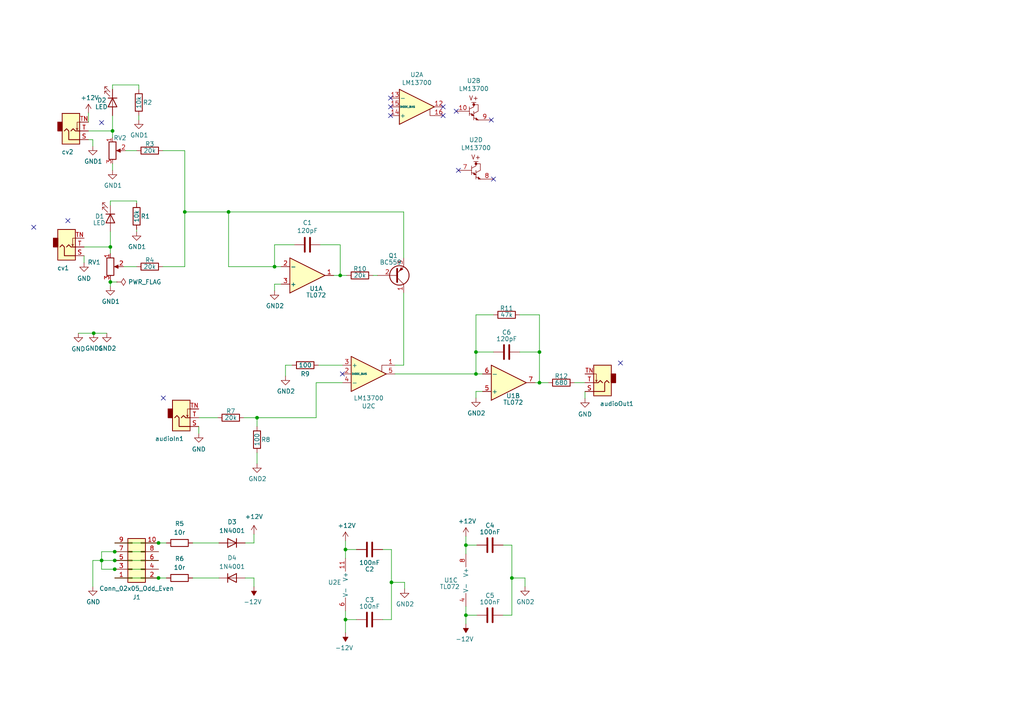
<source format=kicad_sch>
(kicad_sch (version 20230121) (generator eeschema)
  (paper "A4")
  (lib_symbols
    (symbol "Amplifier_Operational:LM13700" (pin_names (offset 0.127))
      (property "Reference" "U" (at 3.81 5.08 0))
      (property "Value" "LM13700" (at 5.08 -5.08 0))
      (symbol "LM13700_1_1"
        (polyline (pts (xy 3.81 -0.635) (xy 3.81 -2.54) (xy 5.08 -2.54)))
        (polyline (pts (xy 5.08 0) (xy -5.08 -5.08) (xy -5.08 5.08) (xy 5.08 0)) (stroke (width 0.254)) (fill (type background)))
        (pin output line (at 7.62 0 180) (length 2.54) (name "~") (number "12"))
        (pin input line (at -7.62 2.54 0) (length 2.54) (name "-") (number "13"))
        (pin input line (at -7.62 -2.54 0) (length 2.54) (name "+") (number "14"))
        (pin input line (at -7.62 0 0) (length 2.54) (name "DIODE_BIAS") (number "15"))
        (pin input line (at 7.62 -2.54 180) (length 2.54) (name "~") (number "16"))
      )
      (symbol "LM13700_2_0"
        (polyline (pts (xy -1.905 2.54) (xy -3.175 2.54)))
      )
      (symbol "LM13700_2_1"
        (circle (center -2.54 1.905) (radius 0.254) (stroke (width 0.254)) (fill (type outline)))
        (polyline (pts (xy -3.81 -0.635) (xy -2.54 -1.27)))
        (polyline (pts (xy -3.81 1.27) (xy -3.81 -1.27)))
        (polyline (pts (xy -2.54 -1.905) (xy -1.27 -2.54)))
        (polyline (pts (xy -2.54 0) (xy -2.54 -2.54)))
        (polyline (pts (xy -3.81 0.635) (xy -2.54 1.27) (xy -2.54 1.905) (xy -2.54 2.54)))
        (polyline (pts (xy -2.54 -1.27) (xy -3.175 -0.635) (xy -3.175 -1.27) (xy -2.54 -1.27)) (fill (type outline)))
        (polyline (pts (xy -2.54 -0.635) (xy -1.27 0) (xy -1.27 1.905) (xy -2.54 1.905)))
        (polyline (pts (xy -1.27 -2.54) (xy -1.905 -1.905) (xy -1.905 -2.54) (xy -1.27 -2.54)) (fill (type outline)))
        (text "V+" (at -2.54 3.81 0) (effects (font (size 1.27 1.27))))
        (pin input line (at -7.62 0 0) (length 3.81) (name "~") (number "10"))
        (pin output line (at 2.54 -2.54 180) (length 3.81) (name "~") (number "9"))
      )
      (symbol "LM13700_3_1"
        (polyline (pts (xy 3.81 -0.635) (xy 3.81 -2.54) (xy 5.08 -2.54)))
        (polyline (pts (xy 5.08 0) (xy -5.08 -5.08) (xy -5.08 5.08) (xy 5.08 0)) (stroke (width 0.254)) (fill (type background)))
        (pin input line (at 7.62 -2.54 180) (length 2.54) (name "~") (number "1"))
        (pin input line (at -7.62 0 0) (length 2.54) (name "DIODE_BIAS") (number "2"))
        (pin input line (at -7.62 -2.54 0) (length 2.54) (name "+") (number "3"))
        (pin input line (at -7.62 2.54 0) (length 2.54) (name "-") (number "4"))
        (pin output line (at 7.62 0 180) (length 2.54) (name "~") (number "5"))
      )
      (symbol "LM13700_4_0"
        (polyline (pts (xy -3.175 2.54) (xy -1.905 2.54)))
        (text "V+" (at -2.54 3.81 0) (effects (font (size 1.27 1.27))))
      )
      (symbol "LM13700_4_1"
        (circle (center -2.54 1.905) (radius 0.254) (stroke (width 0.254)) (fill (type outline)))
        (polyline (pts (xy -3.81 -0.635) (xy -2.54 -1.27)))
        (polyline (pts (xy -3.81 1.27) (xy -3.81 -1.27)))
        (polyline (pts (xy -2.54 -1.905) (xy -1.27 -2.54)))
        (polyline (pts (xy -2.54 0) (xy -2.54 -2.54)))
        (polyline (pts (xy -3.81 0.635) (xy -2.54 1.27) (xy -2.54 2.54)))
        (polyline (pts (xy -2.54 -1.27) (xy -3.175 -0.635) (xy -3.175 -1.27) (xy -2.54 -1.27)) (fill (type outline)))
        (polyline (pts (xy -2.54 -0.635) (xy -1.27 0) (xy -1.27 1.905) (xy -2.54 1.905)))
        (polyline (pts (xy -1.27 -2.54) (xy -1.905 -1.905) (xy -1.905 -2.54) (xy -1.27 -2.54)) (fill (type outline)))
        (pin input line (at -7.62 0 0) (length 3.81) (name "~") (number "7"))
        (pin output line (at 2.54 -2.54 180) (length 3.81) (name "~") (number "8"))
      )
      (symbol "LM13700_5_1"
        (pin power_in line (at -2.54 7.62 270) (length 3.81) (name "V+") (number "11"))
        (pin power_in line (at -2.54 -7.62 90) (length 3.81) (name "V-") (number "6"))
      )
    )
    (symbol "Amplifier_Operational:TL072" (pin_names (offset 0.127))
      (property "Reference" "U" (at 0 5.08 0))
      (property "Value" "TL072" (at 0 -5.08 0))
      (symbol "TL072_1_1"
        (polyline (pts (xy -5.08 5.08) (xy 5.08 0) (xy -5.08 -5.08) (xy -5.08 5.08)) (stroke (width 0.254)) (fill (type background)))
        (pin output line (at 7.62 0 180) (length 2.54) (name "~") (number "1"))
        (pin input line (at -7.62 -2.54 0) (length 2.54) (name "-") (number "2"))
        (pin input line (at -7.62 2.54 0) (length 2.54) (name "+") (number "3"))
      )
      (symbol "TL072_2_1"
        (polyline (pts (xy -5.08 5.08) (xy 5.08 0) (xy -5.08 -5.08) (xy -5.08 5.08)) (stroke (width 0.254)) (fill (type background)))
        (pin input line (at -7.62 2.54 0) (length 2.54) (name "+") (number "5"))
        (pin input line (at -7.62 -2.54 0) (length 2.54) (name "-") (number "6"))
        (pin output line (at 7.62 0 180) (length 2.54) (name "~") (number "7"))
      )
      (symbol "TL072_3_1"
        (pin power_in line (at -2.54 -7.62 90) (length 3.81) (name "V-") (number "4"))
        (pin power_in line (at -2.54 7.62 270) (length 3.81) (name "V+") (number "8"))
      )
    )
    (symbol "Connector_Audio:AudioJack2_SwitchT"
      (property "Reference" "J" (at 0 8.89 0))
      (property "Value" "AudioJack2_SwitchT" (at 0 6.35 0))
      (symbol "AudioJack2_SwitchT_0_1"
        (rectangle (start -2.54 0) (end -3.81 -2.54) (stroke (width 0.254)) (fill (type outline)))
        (polyline (pts (xy 1.778 -0.254) (xy 2.032 -0.762)))
        (polyline (pts (xy 0 0) (xy 0.635 -0.635) (xy 1.27 0) (xy 2.54 0)) (stroke (width 0.254)))
        (polyline (pts (xy 2.54 -2.54) (xy 1.778 -2.54) (xy 1.778 -0.254) (xy 1.524 -0.762)))
        (polyline (pts (xy 2.54 2.54) (xy -0.635 2.54) (xy -0.635 0) (xy -1.27 -0.635) (xy -1.905 0)) (stroke (width 0.254)))
        (rectangle (start 2.54 3.81) (end -2.54 -5.08) (stroke (width 0.254)) (fill (type background)))
      )
      (symbol "AudioJack2_SwitchT_1_1"
        (pin passive line (at 5.08 2.54 180) (length 2.54) (name "~") (number "S"))
        (pin passive line (at 5.08 0 180) (length 2.54) (name "~") (number "T"))
        (pin passive line (at 5.08 -2.54 180) (length 2.54) (name "~") (number "TN"))
      )
    )
    (symbol "Connector_Generic:Conn_02x05_Odd_Even" (pin_names (offset 1.016) hide)
      (property "Reference" "J" (at 1.27 7.62 0))
      (property "Value" "Conn_02x05_Odd_Even" (at 1.27 -7.62 0))
      (symbol "Conn_02x05_Odd_Even_1_1"
        (rectangle (start -1.27 -4.953) (end 0 -5.207) (stroke (width 0.1524)))
        (rectangle (start -1.27 -2.413) (end 0 -2.667) (stroke (width 0.1524)))
        (rectangle (start -1.27 0.127) (end 0 -0.127) (stroke (width 0.1524)))
        (rectangle (start -1.27 2.667) (end 0 2.413) (stroke (width 0.1524)))
        (rectangle (start -1.27 5.207) (end 0 4.953) (stroke (width 0.1524)))
        (rectangle (start -1.27 6.35) (end 3.81 -6.35) (stroke (width 0.254)) (fill (type background)))
        (rectangle (start 3.81 -4.953) (end 2.54 -5.207) (stroke (width 0.1524)))
        (rectangle (start 3.81 -2.413) (end 2.54 -2.667) (stroke (width 0.1524)))
        (rectangle (start 3.81 0.127) (end 2.54 -0.127) (stroke (width 0.1524)))
        (rectangle (start 3.81 2.667) (end 2.54 2.413) (stroke (width 0.1524)))
        (rectangle (start 3.81 5.207) (end 2.54 4.953) (stroke (width 0.1524)))
        (pin passive line (at -5.08 5.08 0) (length 3.81) (name "Pin_1") (number "1"))
        (pin passive line (at 7.62 -5.08 180) (length 3.81) (name "Pin_10") (number "10"))
        (pin passive line (at 7.62 5.08 180) (length 3.81) (name "Pin_2") (number "2"))
        (pin passive line (at -5.08 2.54 0) (length 3.81) (name "Pin_3") (number "3"))
        (pin passive line (at 7.62 2.54 180) (length 3.81) (name "Pin_4") (number "4"))
        (pin passive line (at -5.08 0 0) (length 3.81) (name "Pin_5") (number "5"))
        (pin passive line (at 7.62 0 180) (length 3.81) (name "Pin_6") (number "6"))
        (pin passive line (at -5.08 -2.54 0) (length 3.81) (name "Pin_7") (number "7"))
        (pin passive line (at 7.62 -2.54 180) (length 3.81) (name "Pin_8") (number "8"))
        (pin passive line (at -5.08 -5.08 0) (length 3.81) (name "Pin_9") (number "9"))
      )
    )
    (symbol "Device:C" (pin_numbers hide) (pin_names (offset 0.254))
      (property "Reference" "C" (at 0.635 2.54 0))
      (property "Value" "C" (at 0.635 -2.54 0))
      (symbol "C_0_1"
        (polyline (pts (xy -2.032 -0.762) (xy 2.032 -0.762)) (stroke (width 0.508)))
        (polyline (pts (xy -2.032 0.762) (xy 2.032 0.762)) (stroke (width 0.508)))
      )
      (symbol "C_1_1"
        (pin passive line (at 0 3.81 270) (length 2.794) (name "~") (number "1"))
        (pin passive line (at 0 -3.81 90) (length 2.794) (name "~") (number "2"))
      )
    )
    (symbol "Device:LED" (pin_numbers hide) (pin_names (offset 1.016) hide)
      (property "Reference" "D" (at 0 2.54 0))
      (property "Value" "LED" (at 0 -2.54 0))
      (symbol "LED_0_1"
        (polyline (pts (xy -1.27 -1.27) (xy -1.27 1.27)) (stroke (width 0.254)))
        (polyline (pts (xy -1.27 0) (xy 1.27 0)))
        (polyline (pts (xy 1.27 -1.27) (xy 1.27 1.27) (xy -1.27 0) (xy 1.27 -1.27)) (stroke (width 0.254)))
        (polyline (pts (xy -3.048 -0.762) (xy -4.572 -2.286) (xy -3.81 -2.286) (xy -4.572 -2.286) (xy -4.572 -1.524)))
        (polyline (pts (xy -1.778 -0.762) (xy -3.302 -2.286) (xy -2.54 -2.286) (xy -3.302 -2.286) (xy -3.302 -1.524)))
      )
      (symbol "LED_1_1"
        (pin passive line (at -3.81 0 0) (length 2.54) (name "K") (number "1"))
        (pin passive line (at 3.81 0 180) (length 2.54) (name "A") (number "2"))
      )
    )
    (symbol "Device:R" (pin_numbers hide) (pin_names (offset 0))
      (property "Reference" "R" (at 2.032 0 90))
      (property "Value" "R" (at 0 0 90))
      (symbol "R_0_1"
        (rectangle (start -1.016 -2.54) (end 1.016 2.54) (stroke (width 0.254)))
      )
      (symbol "R_1_1"
        (pin passive line (at 0 3.81 270) (length 1.27) (name "~") (number "1"))
        (pin passive line (at 0 -3.81 90) (length 1.27) (name "~") (number "2"))
      )
    )
    (symbol "Device:R_Potentiometer" (pin_names (offset 1.016) hide)
      (property "Reference" "RV" (at -4.445 0 90))
      (property "Value" "R_Potentiometer" (at -2.54 0 90))
      (symbol "R_Potentiometer_0_1"
        (polyline (pts (xy 2.54 0) (xy 1.524 0)))
        (polyline (pts (xy 1.143 0) (xy 2.286 0.508) (xy 2.286 -0.508) (xy 1.143 0)) (fill (type outline)))
        (rectangle (start 1.016 2.54) (end -1.016 -2.54) (stroke (width 0.254)))
      )
      (symbol "R_Potentiometer_1_1"
        (pin passive line (at 0 3.81 270) (length 1.27) (name "1") (number "1"))
        (pin passive line (at 3.81 0 180) (length 1.27) (name "2") (number "2"))
        (pin passive line (at 0 -3.81 90) (length 1.27) (name "3") (number "3"))
      )
    )
    (symbol "Diode:1N4001" (pin_numbers hide) (pin_names hide)
      (property "Reference" "D" (at 0 2.54 0))
      (property "Value" "1N4001" (at 0 -2.54 0))
      (symbol "1N4001_0_1"
        (polyline (pts (xy -1.27 1.27) (xy -1.27 -1.27)) (stroke (width 0.254)))
        (polyline (pts (xy 1.27 0) (xy -1.27 0)))
        (polyline (pts (xy 1.27 1.27) (xy 1.27 -1.27) (xy -1.27 0) (xy 1.27 1.27)) (stroke (width 0.254)))
      )
      (symbol "1N4001_1_1"
        (pin passive line (at -3.81 0 0) (length 2.54) (name "K") (number "1"))
        (pin passive line (at 3.81 0 180) (length 2.54) (name "A") (number "2"))
      )
    )
    (symbol "Transistor_BJT:BC559" (pin_names (offset 0) hide)
      (property "Reference" "Q" (at 5.08 1.905 0))
      (property "Value" "BC559" (at 5.08 0 0))
      (symbol "BC559_0_1"
        (polyline (pts (xy 0.635 0.635) (xy 2.54 2.54)))
        (polyline (pts (xy 0.635 -0.635) (xy 2.54 -2.54) (xy 2.54 -2.54)))
        (polyline (pts (xy 0.635 1.905) (xy 0.635 -1.905) (xy 0.635 -1.905)) (stroke (width 0.508)))
        (polyline (pts (xy 2.286 -1.778) (xy 1.778 -2.286) (xy 1.27 -1.27) (xy 2.286 -1.778) (xy 2.286 -1.778)) (fill (type outline)))
        (circle (center 1.27 0) (radius 2.8194) (stroke (width 0.254)))
      )
      (symbol "BC559_1_1"
        (pin passive line (at 2.54 5.08 270) (length 2.54) (name "C") (number "1"))
        (pin input line (at -5.08 0 0) (length 5.715) (name "B") (number "2"))
        (pin passive line (at 2.54 -5.08 90) (length 2.54) (name "E") (number "3"))
      )
    )
    (symbol "power:+12V" (power) (pin_names (offset 0))
      (property "Value" "+12V" (at 0 3.556 0))
      (symbol "+12V_0_1"
        (polyline (pts (xy -0.762 1.27) (xy 0 2.54)))
        (polyline (pts (xy 0 0) (xy 0 2.54)))
        (polyline (pts (xy 0 2.54) (xy 0.762 1.27)))
      )
      (symbol "+12V_1_1"
        (pin power_in line (at 0 0 90) (length 0) hide (name "+12V") (number "1"))
      )
    )
    (symbol "power:-12V" (power) (pin_names (offset 0))
      (property "Value" "-12V" (at 0 3.81 0))
      (symbol "-12V_0_0"
        (pin power_in line (at 0 0 90) (length 0) hide (name "-12V") (number "1"))
      )
      (symbol "-12V_0_1"
        (polyline (pts (xy 0 0) (xy 0 1.27) (xy 0.762 1.27) (xy 0 2.54) (xy -0.762 1.27) (xy 0 1.27)) (fill (type outline)))
      )
    )
    (symbol "power:GND" (power) (pin_names (offset 0))
      (property "Value" "GND" (at 0 -3.81 0))
      (symbol "GND_0_1"
        (polyline (pts (xy 0 0) (xy 0 -1.27) (xy 1.27 -1.27) (xy 0 -2.54) (xy -1.27 -1.27) (xy 0 -1.27)))
      )
      (symbol "GND_1_1"
        (pin power_in line (at 0 0 270) (length 0) hide (name "GND") (number "1"))
      )
    )
    (symbol "power:GND1" (power) (pin_names (offset 0))
      (property "Value" "GND1" (at 0 -3.81 0))
      (symbol "GND1_0_1"
        (polyline (pts (xy 0 0) (xy 0 -1.27) (xy 1.27 -1.27) (xy 0 -2.54) (xy -1.27 -1.27) (xy 0 -1.27)))
      )
      (symbol "GND1_1_1"
        (pin power_in line (at 0 0 270) (length 0) hide (name "GND1") (number "1"))
      )
    )
    (symbol "power:GND2" (power) (pin_names (offset 0))
      (property "Value" "GND2" (at 0 -3.81 0))
      (symbol "GND2_0_1"
        (polyline (pts (xy 0 0) (xy 0 -1.27) (xy 1.27 -1.27) (xy 0 -2.54) (xy -1.27 -1.27) (xy 0 -1.27)))
      )
      (symbol "GND2_1_1"
        (pin power_in line (at 0 0 270) (length 0) hide (name "GND2") (number "1"))
      )
    )
    (symbol "power:PWR_FLAG" (power) (pin_numbers hide) (pin_names (offset 0) hide)
      (property "Value" "PWR_FLAG" (at 0 3.81 0))
      (symbol "PWR_FLAG_0_0"
        (pin power_out line (at 0 0 90) (length 0) (name "pwr") (number "1"))
      )
      (symbol "PWR_FLAG_0_1"
        (polyline (pts (xy 0 0) (xy 0 1.27) (xy -1.016 1.905) (xy 0 2.54) (xy 1.016 1.905) (xy 0 1.27)))
      )
    )
  )
  (junction (at 100.203 179.705))
  (junction (at 29.464 162.56))
  (junction (at 32.639 37.973))
  (junction (at 98.679 79.883))
  (junction (at 27.178 96.647))
  (junction (at 33.274 165.1))
  (junction (at 32.004 81.788))
  (junction (at 66.294 61.468))
  (junction (at 45.974 167.64))
  (junction (at 32.004 71.628))
  (junction (at 53.594 61.468))
  (junction (at 135.128 158.115))
  (junction (at 74.549 121.158))
  (junction (at 148.463 167.64))
  (junction (at 113.538 168.91))
  (junction (at 33.274 160.02))
  (junction (at 156.464 102.108))
  (junction (at 33.274 162.56))
  (junction (at 138.049 102.108))
  (junction (at 138.049 108.458))
  (junction (at 156.464 110.998))
  (junction (at 45.974 157.48))
  (junction (at 100.203 159.385))
  (junction (at 79.629 77.343))
  (junction (at 135.128 178.435))
  (no_connect (at 113.284 30.988))
  (no_connect (at 9.779 65.913))
  (no_connect (at 143.129 51.943))
  (no_connect (at 128.524 30.988))
  (no_connect (at 19.685 64.008))
  (no_connect (at 142.494 34.798))
  (no_connect (at 113.284 33.528))
  (no_connect (at 113.284 28.448))
  (no_connect (at 132.969 49.403))
  (no_connect (at 132.334 32.258))
  (no_connect (at 29.464 35.56))
  (no_connect (at 47.371 115.443))
  (no_connect (at 128.524 33.528))
  (no_connect (at 99.314 108.458))
  (no_connect (at 179.959 105.283))
  (wire (pts (xy 26.924 162.56) (xy 26.924 170.18)))
  (wire (pts (xy 33.909 81.788) (xy 32.004 81.788)))
  (wire (pts (xy 29.464 165.1) (xy 33.274 165.1)))
  (wire (pts (xy 32.004 81.153) (xy 32.004 81.788)))
  (wire (pts (xy 33.274 165.1) (xy 45.974 165.1)))
  (wire (pts (xy 79.629 82.423) (xy 79.629 84.328)))
  (wire (pts (xy 145.923 158.115) (xy 148.463 158.115)))
  (wire (pts (xy 152.273 167.64) (xy 148.463 167.64)))
  (wire (pts (xy 55.88 157.48) (xy 63.5 157.48)))
  (wire (pts (xy 110.998 159.385) (xy 113.538 159.385)))
  (wire (pts (xy 92.964 70.993) (xy 98.679 70.993)))
  (wire (pts (xy 143.129 91.313) (xy 138.049 91.313)))
  (wire (pts (xy 150.749 102.108) (xy 156.464 102.108)))
  (wire (pts (xy 148.463 167.64) (xy 148.463 178.435)))
  (wire (pts (xy 55.88 167.64) (xy 63.5 167.64)))
  (wire (pts (xy 143.129 102.108) (xy 138.049 102.108)))
  (wire (pts (xy 117.094 61.468) (xy 66.294 61.468)))
  (wire (pts (xy 32.004 59.563) (xy 32.004 58.293)))
  (wire (pts (xy 24.384 71.628) (xy 32.004 71.628)))
  (wire (pts (xy 40.259 33.528) (xy 40.259 34.798)))
  (wire (pts (xy 148.463 158.115) (xy 148.463 167.64)))
  (wire (pts (xy 25.654 32.766) (xy 25.654 35.433)))
  (wire (pts (xy 98.679 70.993) (xy 98.679 79.883)))
  (wire (pts (xy 135.128 158.115) (xy 135.128 160.655)))
  (wire (pts (xy 26.924 162.56) (xy 29.464 162.56)))
  (wire (pts (xy 32.639 47.498) (xy 32.639 49.403)))
  (wire (pts (xy 91.694 110.998) (xy 91.694 121.158)))
  (wire (pts (xy 33.274 162.56) (xy 45.974 162.56)))
  (wire (pts (xy 73.66 154.94) (xy 73.66 157.48)))
  (wire (pts (xy 85.344 70.993) (xy 79.629 70.993)))
  (wire (pts (xy 138.049 91.313) (xy 138.049 102.108)))
  (wire (pts (xy 138.049 113.538) (xy 138.049 115.443)))
  (wire (pts (xy 156.464 110.998) (xy 155.194 110.998)))
  (wire (pts (xy 156.464 110.998) (xy 159.004 110.998)))
  (wire (pts (xy 108.204 79.883) (xy 109.474 79.883)))
  (wire (pts (xy 24.384 74.168) (xy 24.384 76.2)))
  (wire (pts (xy 169.672 113.538) (xy 169.672 115.57)))
  (wire (pts (xy 138.049 102.108) (xy 138.049 108.458)))
  (wire (pts (xy 135.128 178.435) (xy 138.303 178.435)))
  (wire (pts (xy 29.464 160.02) (xy 33.274 160.02)))
  (wire (pts (xy 150.749 91.313) (xy 156.464 91.313)))
  (wire (pts (xy 138.303 158.115) (xy 135.128 158.115)))
  (wire (pts (xy 71.12 167.64) (xy 73.66 167.64)))
  (wire (pts (xy 25.654 37.973) (xy 32.639 37.973)))
  (wire (pts (xy 139.954 113.538) (xy 138.049 113.538)))
  (wire (pts (xy 92.329 105.918) (xy 99.314 105.918)))
  (wire (pts (xy 91.694 110.998) (xy 99.314 110.998)))
  (wire (pts (xy 166.624 110.998) (xy 169.672 110.998)))
  (wire (pts (xy 40.259 24.638) (xy 32.639 24.638)))
  (wire (pts (xy 33.274 160.02) (xy 45.974 160.02)))
  (wire (pts (xy 70.739 121.158) (xy 74.549 121.158)))
  (wire (pts (xy 32.004 58.293) (xy 39.624 58.293)))
  (wire (pts (xy 113.538 168.91) (xy 113.538 179.705)))
  (wire (pts (xy 39.624 58.293) (xy 39.624 58.928)))
  (wire (pts (xy 79.629 70.993) (xy 79.629 77.343)))
  (wire (pts (xy 33.274 157.48) (xy 45.974 157.48)))
  (wire (pts (xy 100.203 156.845) (xy 100.203 159.385)))
  (wire (pts (xy 29.464 162.56) (xy 33.274 162.56)))
  (wire (pts (xy 27.178 96.647) (xy 30.988 96.647)))
  (wire (pts (xy 152.273 170.18) (xy 152.273 167.64)))
  (wire (pts (xy 117.094 74.803) (xy 117.094 61.468)))
  (wire (pts (xy 53.594 61.468) (xy 53.594 77.343)))
  (wire (pts (xy 156.464 91.313) (xy 156.464 102.108)))
  (wire (pts (xy 100.203 177.165) (xy 100.203 179.705)))
  (wire (pts (xy 98.679 79.883) (xy 96.774 79.883)))
  (wire (pts (xy 100.203 179.705) (xy 100.203 183.515)))
  (wire (pts (xy 39.624 66.548) (xy 39.624 67.183)))
  (wire (pts (xy 114.554 108.458) (xy 138.049 108.458)))
  (wire (pts (xy 35.814 77.343) (xy 39.624 77.343)))
  (wire (pts (xy 36.449 43.688) (xy 39.624 43.688)))
  (wire (pts (xy 82.804 105.918) (xy 82.804 109.093)))
  (wire (pts (xy 117.094 84.963) (xy 117.094 105.918)))
  (wire (pts (xy 32.639 33.528) (xy 32.639 37.973)))
  (wire (pts (xy 135.128 155.575) (xy 135.128 158.115)))
  (wire (pts (xy 156.464 102.108) (xy 156.464 110.998)))
  (wire (pts (xy 29.464 160.02) (xy 29.464 162.56)))
  (wire (pts (xy 71.12 157.48) (xy 73.66 157.48)))
  (wire (pts (xy 135.128 178.435) (xy 135.128 175.895)))
  (wire (pts (xy 100.203 159.385) (xy 100.203 161.925)))
  (wire (pts (xy 98.679 79.883) (xy 100.584 79.883)))
  (wire (pts (xy 45.974 167.64) (xy 48.26 167.64)))
  (wire (pts (xy 103.378 159.385) (xy 100.203 159.385)))
  (wire (pts (xy 117.348 168.91) (xy 113.538 168.91)))
  (wire (pts (xy 135.128 178.435) (xy 135.128 180.975)))
  (wire (pts (xy 53.594 43.688) (xy 53.594 61.468)))
  (wire (pts (xy 117.094 105.918) (xy 114.554 105.918)))
  (wire (pts (xy 53.594 61.468) (xy 66.294 61.468)))
  (wire (pts (xy 79.629 77.343) (xy 81.534 77.343)))
  (wire (pts (xy 22.733 96.647) (xy 27.178 96.647)))
  (wire (pts (xy 26.924 40.513) (xy 26.924 42.418)))
  (wire (pts (xy 33.274 167.64) (xy 45.974 167.64)))
  (wire (pts (xy 40.259 25.908) (xy 40.259 24.638)))
  (wire (pts (xy 66.294 77.343) (xy 79.629 77.343)))
  (wire (pts (xy 103.378 179.705) (xy 100.203 179.705)))
  (wire (pts (xy 73.66 170.18) (xy 73.66 167.64)))
  (wire (pts (xy 74.549 121.158) (xy 74.549 123.698)))
  (wire (pts (xy 84.709 105.918) (xy 82.804 105.918)))
  (wire (pts (xy 29.464 162.56) (xy 29.464 165.1)))
  (wire (pts (xy 57.658 123.698) (xy 57.658 125.73)))
  (wire (pts (xy 81.534 82.423) (xy 79.629 82.423)))
  (wire (pts (xy 32.004 71.628) (xy 32.004 73.533)))
  (wire (pts (xy 138.049 108.458) (xy 139.954 108.458)))
  (wire (pts (xy 32.004 67.183) (xy 32.004 71.628)))
  (wire (pts (xy 66.294 61.468) (xy 66.294 77.343)))
  (wire (pts (xy 74.549 121.158) (xy 91.694 121.158)))
  (wire (pts (xy 74.549 131.318) (xy 74.549 134.493)))
  (wire (pts (xy 25.654 40.513) (xy 26.924 40.513)))
  (wire (pts (xy 57.658 121.158) (xy 63.119 121.158)))
  (wire (pts (xy 53.594 77.343) (xy 47.244 77.343)))
  (wire (pts (xy 113.538 159.385) (xy 113.538 168.91)))
  (wire (pts (xy 47.244 43.688) (xy 53.594 43.688)))
  (wire (pts (xy 117.348 170.815) (xy 117.348 168.91)))
  (wire (pts (xy 113.538 179.705) (xy 110.998 179.705)))
  (wire (pts (xy 148.463 178.435) (xy 145.923 178.435)))
  (wire (pts (xy 45.974 157.48) (xy 48.26 157.48)))
  (wire (pts (xy 32.639 39.878) (xy 32.639 37.973)))
  (wire (pts (xy 32.004 81.788) (xy 32.004 83.058)))
  (wire (pts (xy 32.639 24.638) (xy 32.639 25.908)))
  (symbol (lib_id "Transistor_BJT:BC559") (at 114.554 79.883 0) (mirror x) (unit 1)
    (property "Reference" "Q1" (at 112.649 74.168 0) (effects (justify left)))
    (property "Value" "BC559" (at 110.109 76.073 0) (effects (justify left)))
    (property "Footprint" "0deS:SOT-23-BEC" (effects hide))
    (property "Datasheet" "https://www.onsemi.com/pub/Collateral/BC556BTA-D.pdf" (effects hide))
  )
  (symbol (lib_id "Device:C") (at 89.154 70.993 270) (unit 1)
    (property "Reference" "C1" (at 89.154 64.5922 90))
    (property "Value" "120pF" (at 89.154 66.9036 90))
    (property "Footprint" "Capacitor_SMD:C_0603_1608Metric_Pad1.08x0.95mm_HandSolder" (effects hide))
  )
  (symbol (lib_id "power:+12V") (at 100.203 156.845 0) (unit 1)
    (property "Reference" "#PWR018" (effects hide))
    (property "Value" "+12V" (at 100.584 152.4508 0))
  )
  (symbol (lib_id "power:+12V") (at 73.66 154.94 0) (unit 1)
    (property "Reference" "#PWR013" (effects hide))
    (property "Value" "+12V" (at 73.66 149.86 0))
  )
  (symbol (lib_id "Device:R") (at 104.394 79.883 270) (unit 1)
    (property "Reference" "R10" (at 104.394 77.978 90))
    (property "Value" "20k" (at 104.394 79.883 90))
    (property "Footprint" "Resistor_SMD:R_0603_1608Metric_Pad0.98x0.95mm_HandSolder" (effects hide))
  )
  (symbol (lib_id "power:GND") (at 22.733 96.647 0) (mirror y) (unit 1)
    (property "Reference" "#PWR01" (effects hide))
    (property "Value" "GND" (at 22.733 101.219 0))
  )
  (symbol (lib_id "Device:R") (at 74.549 127.508 180) (unit 1)
    (property "Reference" "R8" (at 77.089 127.508 0))
    (property "Value" "100" (at 74.549 127.508 90))
    (property "Footprint" "Resistor_SMD:R_0603_1608Metric_Pad0.98x0.95mm_HandSolder" (effects hide))
  )
  (symbol (lib_id "Diode:1N4001") (at 67.31 167.64 0) (unit 1)
    (property "Reference" "D4" (at 67.31 161.798 0))
    (property "Value" "1N4001" (at 67.31 164.338 0))
    (property "Footprint" "Diode_SMD:D_SOD-123" (effects hide))
    (property "Datasheet" "http://www.vishay.com/docs/88503/1n4001.pdf" (effects hide))
    (property "Sim.Device" "D" (effects hide))
    (property "Sim.Pins" "1=K 2=A" (effects hide))
  )
  (symbol (lib_id "Device:R") (at 43.434 77.343 270) (unit 1)
    (property "Reference" "R4" (at 43.434 75.438 90))
    (property "Value" "20k" (at 43.434 77.343 90))
    (property "Footprint" "Resistor_SMD:R_0603_1608Metric_Pad0.98x0.95mm_HandSolder" (effects hide))
  )
  (symbol (lib_id "Device:R") (at 52.07 157.48 90) (unit 1)
    (property "Reference" "R5" (at 52.07 151.892 90))
    (property "Value" "10r" (at 52.07 154.432 90))
    (property "Footprint" "Resistor_SMD:R_0603_1608Metric_Pad0.98x0.95mm_HandSolder" (effects hide))
  )
  (symbol (lib_id "Device:LED") (at 32.004 63.373 270) (unit 1)
    (property "Reference" "D1" (at 27.559 62.738 90) (effects (justify left)))
    (property "Value" "LED" (at 26.924 64.643 90) (effects (justify left)))
    (property "Footprint" "LED_THT:LED_D3.0mm" (effects hide))
  )
  (symbol (lib_id "power:PWR_FLAG") (at 33.909 81.788 270) (unit 1)
    (property "Reference" "#FLG01" (effects hide))
    (property "Value" "PWR_FLAG" (at 37.1602 81.788 90) (effects (justify left)))
  )
  (symbol (lib_id "power:GND2") (at 152.273 170.18 0) (unit 1)
    (property "Reference" "#PWR024" (effects hide))
    (property "Value" "GND2" (at 152.4 174.5742 0))
  )
  (symbol (lib_id "power:-12V") (at 73.66 170.18 180) (unit 1)
    (property "Reference" "#PWR014" (effects hide))
    (property "Value" "-12V" (at 73.279 174.5742 0))
  )
  (symbol (lib_id "power:+12V") (at 135.128 155.575 0) (unit 1)
    (property "Reference" "#PWR021" (effects hide))
    (property "Value" "+12V" (at 135.509 151.1808 0))
  )
  (symbol (lib_id "Amplifier_Operational:LM13700") (at 140.589 49.403 0) (unit 4)
    (property "Reference" "U2" (at 138.049 40.5638 0))
    (property "Value" "LM13700" (at 138.049 42.8752 0))
    (property "Footprint" "Package_SO:SOIC-16_3.9x9.9mm_P1.27mm" (effects hide))
    (property "Datasheet" "http://www.ti.com/lit/ds/symlink/lm13700.pdf" (effects hide))
  )
  (symbol (lib_id "power:GND1") (at 32.639 49.403 0) (unit 1)
    (property "Reference" "#PWR09" (effects hide))
    (property "Value" "GND1" (at 32.766 53.7972 0))
  )
  (symbol (lib_id "Amplifier_Operational:LM13700") (at 120.904 30.988 0) (unit 1)
    (property "Reference" "U2" (at 120.904 21.6662 0))
    (property "Value" "LM13700" (at 120.904 23.9776 0))
    (property "Footprint" "Package_SO:SOIC-16_3.9x9.9mm_P1.27mm" (effects hide))
    (property "Datasheet" "http://www.ti.com/lit/ds/symlink/lm13700.pdf" (effects hide))
  )
  (symbol (lib_id "Device:C") (at 142.113 178.435 270) (unit 1)
    (property "Reference" "C5" (at 142.113 172.72 90))
    (property "Value" "100nF" (at 142.113 174.625 90))
    (property "Footprint" "Capacitor_SMD:C_0603_1608Metric_Pad1.08x0.95mm_HandSolder" (effects hide))
  )
  (symbol (lib_id "Amplifier_Operational:LM13700") (at 102.743 169.545 0) (unit 5)
    (property "Reference" "U2" (at 95.123 168.91 0) (effects (justify left)))
    (property "Value" "LM13700" (effects hide))
    (property "Footprint" "Package_SO:SOIC-16_3.9x9.9mm_P1.27mm" (effects hide))
    (property "Datasheet" "http://www.ti.com/lit/ds/symlink/lm13700.pdf" (effects hide))
  )
  (symbol (lib_id "Device:C") (at 107.188 159.385 270) (mirror x) (unit 1)
    (property "Reference" "C2" (at 107.188 165.1 90))
    (property "Value" "100nF" (at 107.188 163.195 90))
    (property "Footprint" "Capacitor_SMD:C_0603_1608Metric_Pad1.08x0.95mm_HandSolder" (effects hide))
  )
  (symbol (lib_id "power:GND1") (at 27.178 96.647 0) (unit 1)
    (property "Reference" "#PWR06" (effects hide))
    (property "Value" "GND1" (at 27.305 101.0412 0))
  )
  (symbol (lib_id "Device:R") (at 39.624 62.738 180) (unit 1)
    (property "Reference" "R1" (at 42.164 62.738 0))
    (property "Value" "10k" (at 39.624 62.738 90))
    (property "Footprint" "Resistor_SMD:R_0603_1608Metric_Pad0.98x0.95mm_HandSolder" (effects hide))
  )
  (symbol (lib_id "Device:R") (at 146.939 91.313 270) (unit 1)
    (property "Reference" "R11" (at 146.939 89.408 90))
    (property "Value" "47k" (at 146.939 91.313 90))
    (property "Footprint" "Resistor_SMD:R_0603_1608Metric_Pad0.98x0.95mm_HandSolder" (effects hide))
  )
  (symbol (lib_id "Device:R") (at 40.259 29.718 180) (unit 1)
    (property "Reference" "R2" (at 42.799 29.718 0))
    (property "Value" "10k" (at 40.259 29.718 90))
    (property "Footprint" "Resistor_SMD:R_0603_1608Metric_Pad0.98x0.95mm_HandSolder" (effects hide))
  )
  (symbol (lib_id "power:GND1") (at 40.259 34.798 0) (unit 1)
    (property "Reference" "#PWR011" (effects hide))
    (property "Value" "GND1" (at 40.386 39.1922 0))
  )
  (symbol (lib_id "Connector_Audio:AudioJack2_SwitchT") (at 19.304 71.628 0) (mirror x) (unit 1)
    (property "Reference" "cv1" (at 20.066 77.724 0) (effects (justify right)))
    (property "Value" "AudioJack2_SwitchT" (effects hide))
    (property "Footprint" "0deS:jackEuroTSTN" (effects hide))
  )
  (symbol (lib_id "power:GND") (at 57.658 125.73 0) (mirror y) (unit 1)
    (property "Reference" "#PWR012" (effects hide))
    (property "Value" "GND" (at 57.658 130.302 0))
  )
  (symbol (lib_id "power:GND2") (at 117.348 170.815 0) (unit 1)
    (property "Reference" "#PWR020" (effects hide))
    (property "Value" "GND2" (at 117.475 175.2092 0))
  )
  (symbol (lib_id "Device:C") (at 107.188 179.705 270) (unit 1)
    (property "Reference" "C3" (at 107.188 173.99 90))
    (property "Value" "100nF" (at 107.188 175.895 90))
    (property "Footprint" "Capacitor_SMD:C_0603_1608Metric_Pad1.08x0.95mm_HandSolder" (effects hide))
  )
  (symbol (lib_id "power:+12V") (at 25.654 32.766 0) (unit 1)
    (property "Reference" "#PWR03" (effects hide))
    (property "Value" "+12V" (at 26.035 28.3718 0))
  )
  (symbol (lib_id "Connector_Generic:Conn_02x05_Odd_Even") (at 38.354 162.56 0) (mirror x) (unit 1)
    (property "Reference" "J1" (at 39.624 173.228 0))
    (property "Value" "Conn_02x05_Odd_Even" (at 39.624 170.688 0))
    (property "Footprint" "Connector_IDC:IDC-Header_2x05_P2.54mm_Vertical" (effects hide))
  )
  (symbol (lib_id "Device:R") (at 43.434 43.688 270) (unit 1)
    (property "Reference" "R3" (at 43.434 41.783 90))
    (property "Value" "20k" (at 43.434 43.688 90))
    (property "Footprint" "Resistor_SMD:R_0603_1608Metric_Pad0.98x0.95mm_HandSolder" (effects hide))
  )
  (symbol (lib_id "power:GND2") (at 30.988 96.647 0) (unit 1)
    (property "Reference" "#PWR07" (effects hide))
    (property "Value" "GND2" (at 31.115 101.0412 0))
  )
  (symbol (lib_id "Connector_Audio:AudioJack2_SwitchT") (at 52.578 121.158 0) (mirror x) (unit 1)
    (property "Reference" "audioIn1" (at 53.34 127.254 0) (effects (justify right)))
    (property "Value" "AudioJack2_SwitchT" (effects hide))
    (property "Footprint" "0deS:jackEuroTSTN" (effects hide))
  )
  (symbol (lib_id "Connector_Audio:AudioJack2_SwitchT") (at 174.752 110.998 180) (unit 1)
    (property "Reference" "audioOut1" (at 173.99 117.094 0) (effects (justify right)))
    (property "Value" "AudioJack2_SwitchT" (effects hide))
    (property "Footprint" "0deS:jackEuroTSTN" (effects hide))
  )
  (symbol (lib_id "Amplifier_Operational:TL072") (at 147.574 110.998 0) (mirror x) (unit 2)
    (property "Reference" "U1" (at 148.844 114.808 0))
    (property "Value" "TL072" (at 148.844 116.713 0))
    (property "Footprint" "Package_SO:SOP-8_3.76x4.96mm_P1.27mm" (effects hide))
    (property "Datasheet" "http://www.ti.com/lit/ds/symlink/tl071.pdf" (effects hide))
  )
  (symbol (lib_id "Amplifier_Operational:TL072") (at 89.154 79.883 0) (mirror x) (unit 1)
    (property "Reference" "U1" (at 91.694 83.693 0))
    (property "Value" "TL072" (at 91.694 85.598 0))
    (property "Footprint" "Package_SO:SOP-8_3.76x4.96mm_P1.27mm" (effects hide))
    (property "Datasheet" "http://www.ti.com/lit/ds/symlink/tl071.pdf" (effects hide))
  )
  (symbol (lib_id "power:GND1") (at 39.624 67.183 0) (unit 1)
    (property "Reference" "#PWR010" (effects hide))
    (property "Value" "GND1" (at 39.751 71.5772 0))
  )
  (symbol (lib_id "Device:R") (at 52.07 167.64 90) (unit 1)
    (property "Reference" "R6" (at 52.07 162.052 90))
    (property "Value" "10r" (at 52.07 164.592 90))
    (property "Footprint" "Resistor_SMD:R_0603_1608Metric_Pad0.98x0.95mm_HandSolder" (effects hide))
  )
  (symbol (lib_id "power:GND2") (at 82.804 109.093 0) (unit 1)
    (property "Reference" "#PWR017" (effects hide))
    (property "Value" "GND2" (at 82.931 113.4872 0))
  )
  (symbol (lib_id "power:GND2") (at 79.629 84.328 0) (unit 1)
    (property "Reference" "#PWR016" (effects hide))
    (property "Value" "GND2" (at 79.756 88.7222 0))
  )
  (symbol (lib_id "power:GND") (at 169.672 115.57 0) (unit 1)
    (property "Reference" "#PWR025" (effects hide))
    (property "Value" "GND" (at 169.672 120.142 0))
  )
  (symbol (lib_id "Device:R_Potentiometer") (at 32.639 43.688 0) (unit 1)
    (property "Reference" "RV2" (at 36.703 40.005 0) (effects (justify right)))
    (property "Value" "100k" (effects hide))
    (property "Footprint" "0deS:Pot-bourns-alpha" (effects hide))
  )
  (symbol (lib_id "Device:R") (at 162.814 110.998 270) (unit 1)
    (property "Reference" "R12" (at 162.814 109.093 90))
    (property "Value" "680" (at 162.814 110.998 90))
    (property "Footprint" "Resistor_SMD:R_0603_1608Metric_Pad0.98x0.95mm_HandSolder" (effects hide))
  )
  (symbol (lib_id "Device:C") (at 142.113 158.115 270) (unit 1)
    (property "Reference" "C4" (at 142.113 152.4 90))
    (property "Value" "100nF" (at 142.113 154.305 90))
    (property "Footprint" "Capacitor_SMD:C_0603_1608Metric_Pad1.08x0.95mm_HandSolder" (effects hide))
  )
  (symbol (lib_id "Amplifier_Operational:LM13700") (at 106.934 108.458 0) (mirror x) (unit 3)
    (property "Reference" "U2" (at 106.934 117.7798 0))
    (property "Value" "LM13700" (at 106.934 115.4684 0))
    (property "Footprint" "Package_SO:SOIC-16_3.9x9.9mm_P1.27mm" (effects hide))
    (property "Datasheet" "http://www.ti.com/lit/ds/symlink/lm13700.pdf" (effects hide))
  )
  (symbol (lib_id "power:-12V") (at 135.128 180.975 180) (unit 1)
    (property "Reference" "#PWR022" (effects hide))
    (property "Value" "-12V" (at 134.747 185.3692 0))
  )
  (symbol (lib_id "Device:LED") (at 32.639 29.718 270) (unit 1)
    (property "Reference" "D2" (at 28.194 29.083 90) (effects (justify left)))
    (property "Value" "LED" (at 27.559 30.988 90) (effects (justify left)))
    (property "Footprint" "LED_THT:LED_D3.0mm" (effects hide))
  )
  (symbol (lib_id "power:GND1") (at 32.004 83.058 0) (unit 1)
    (property "Reference" "#PWR08" (effects hide))
    (property "Value" "GND1" (at 32.131 87.4522 0))
  )
  (symbol (lib_id "Device:R") (at 88.519 105.918 90) (unit 1)
    (property "Reference" "R9" (at 88.519 108.458 90))
    (property "Value" "100" (at 88.519 105.918 90))
    (property "Footprint" "Resistor_SMD:R_0603_1608Metric_Pad0.98x0.95mm_HandSolder" (effects hide))
  )
  (symbol (lib_id "power:GND2") (at 74.549 134.493 0) (unit 1)
    (property "Reference" "#PWR015" (effects hide))
    (property "Value" "GND2" (at 74.676 138.8872 0))
  )
  (symbol (lib_id "power:GND") (at 26.924 170.18 0) (unit 1)
    (property "Reference" "#PWR05" (effects hide))
    (property "Value" "GND" (at 27.051 174.5742 0))
  )
  (symbol (lib_id "Amplifier_Operational:LM13700") (at 139.954 32.258 0) (unit 2)
    (property "Reference" "U2" (at 137.414 23.4188 0))
    (property "Value" "LM13700" (at 137.414 25.7302 0))
    (property "Footprint" "Package_SO:SOIC-16_3.9x9.9mm_P1.27mm" (effects hide))
    (property "Datasheet" "http://www.ti.com/lit/ds/symlink/lm13700.pdf" (effects hide))
  )
  (symbol (lib_id "Connector_Audio:AudioJack2_SwitchT") (at 20.574 37.973 0) (mirror x) (unit 1)
    (property "Reference" "cv2" (at 21.336 44.069 0) (effects (justify right)))
    (property "Value" "AudioJack2_SwitchT" (effects hide))
    (property "Footprint" "0deS:jackEuroTSTN" (effects hide))
  )
  (symbol (lib_id "Device:R") (at 66.929 121.158 270) (unit 1)
    (property "Reference" "R7" (at 66.929 119.253 90))
    (property "Value" "20k" (at 66.929 121.158 90))
    (property "Footprint" "Resistor_SMD:R_0603_1608Metric_Pad0.98x0.95mm_HandSolder" (effects hide))
  )
  (symbol (lib_id "Device:C") (at 146.939 102.108 270) (unit 1)
    (property "Reference" "C6" (at 146.939 96.393 90))
    (property "Value" "120pF" (at 146.939 98.298 90))
    (property "Footprint" "Capacitor_SMD:C_0603_1608Metric_Pad1.08x0.95mm_HandSolder" (effects hide))
  )
  (symbol (lib_id "power:GND2") (at 138.049 115.443 0) (unit 1)
    (property "Reference" "#PWR023" (effects hide))
    (property "Value" "GND2" (at 138.176 119.8372 0))
  )
  (symbol (lib_id "power:GND") (at 24.384 76.2 0) (mirror y) (unit 1)
    (property "Reference" "#PWR02" (effects hide))
    (property "Value" "GND" (at 24.384 80.772 0))
  )
  (symbol (lib_id "power:-12V") (at 100.203 183.515 180) (unit 1)
    (property "Reference" "#PWR019" (effects hide))
    (property "Value" "-12V" (at 99.822 187.9092 0))
  )
  (symbol (lib_id "Device:R_Potentiometer") (at 32.004 77.343 0) (unit 1)
    (property "Reference" "RV1" (at 29.21 76.073 0) (effects (justify right)))
    (property "Value" "100k" (effects hide))
    (property "Footprint" "0deS:Pot-bourns-alpha" (effects hide))
  )
  (symbol (lib_id "power:GND1") (at 26.924 42.418 0) (unit 1)
    (property "Reference" "#PWR04" (effects hide))
    (property "Value" "GND1" (at 27.051 46.8122 0))
  )
  (symbol (lib_id "Diode:1N4001") (at 67.31 157.48 180) (unit 1)
    (property "Reference" "D3" (at 67.31 151.384 0))
    (property "Value" "1N4001" (at 67.31 153.924 0))
    (property "Footprint" "Diode_SMD:D_SOD-123" (effects hide))
    (property "Datasheet" "http://www.vishay.com/docs/88503/1n4001.pdf" (effects hide))
    (property "Sim.Device" "D" (effects hide))
    (property "Sim.Pins" "1=K 2=A" (effects hide))
  )
  (symbol (lib_id "Amplifier_Operational:TL072") (at 137.668 168.275 0) (unit 3)
    (property "Reference" "U1" (at 128.778 168.275 0) (effects (justify left)))
    (property "Value" "TL072" (at 127.508 170.18 0) (effects (justify left)))
    (property "Footprint" "Package_SO:SOP-8_3.76x4.96mm_P1.27mm" (effects hide))
    (property "Datasheet" "http://www.ti.com/lit/ds/symlink/tl071.pdf" (effects hide))
  )
)
</source>
